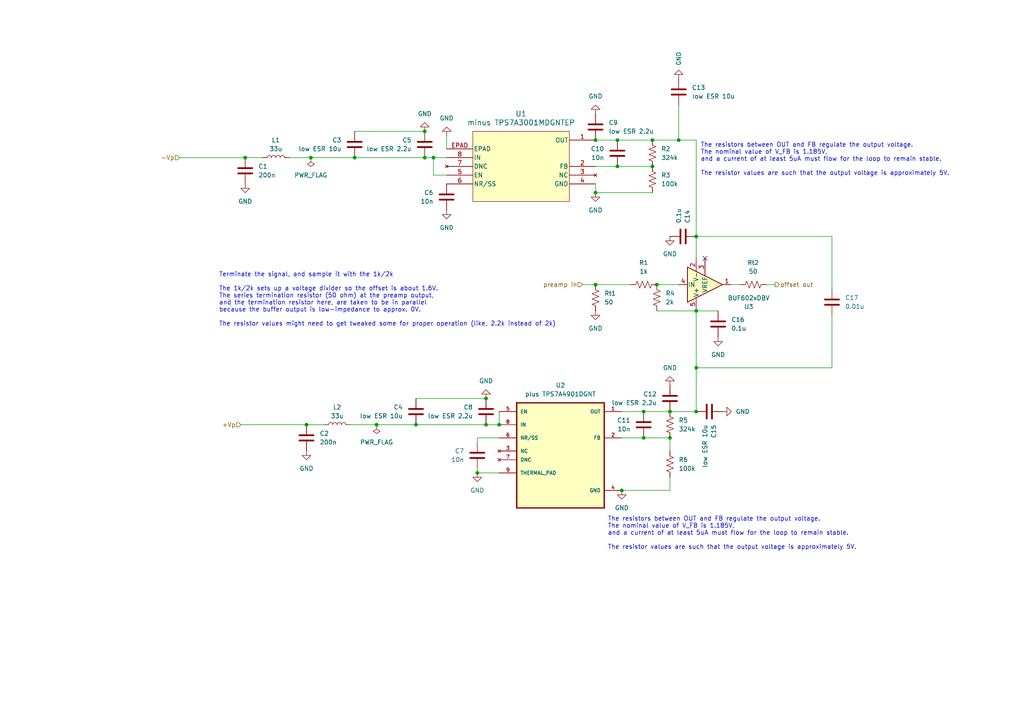
<source format=kicad_sch>
(kicad_sch (version 20250114) (generator "eeschema") (generator_version "9.0")
  (paper "A4")
  (lib_symbols
    (symbol "Amplifier_Buffer:BUF602xDBV" (pin_names (offset 0.127))
      (property "Reference" "U" (at 6.35 2.54 0))
      (property "Value" "BUF602xDBV" (at 7.62 -2.54 0))
      (symbol "BUF602xDBV_0_1"
        (polyline (pts (xy 5.08 0) (xy -5.08 5.08) (xy -5.08 -5.08) (xy 5.08 0)) (stroke (width 0.254)) (fill (type background)))
      )
      (symbol "BUF602xDBV_1_1"
        (pin input line (at -7.62 0 0) (length 2.54) (name "IN") (number "4"))
        (pin power_in line (at -2.54 7.62 270) (length 3.81) (name "V+") (number "5"))
        (pin power_in line (at -2.54 -7.62 90) (length 3.81) (name "V-") (number "2"))
        (pin output line (at 0 -7.62 90) (length 5.08) (name "VREF") (number "3"))
        (pin output line (at 7.62 0 180) (length 2.54) (name "~") (number "1"))
      )
    )
    (symbol "Device:C" (pin_numbers (hide yes)) (pin_names (offset 0.254))
      (property "Reference" "C" (at 0.635 2.54 0))
      (property "Value" "C" (at 0.635 -2.54 0))
      (symbol "C_0_1"
        (polyline (pts (xy -2.032 0.762) (xy 2.032 0.762)) (stroke (width 0.508)))
        (polyline (pts (xy -2.032 -0.762) (xy 2.032 -0.762)) (stroke (width 0.508)))
      )
      (symbol "C_1_1"
        (pin passive line (at 0 3.81 270) (length 2.794) (name "~") (number "1"))
        (pin passive line (at 0 -3.81 90) (length 2.794) (name "~") (number "2"))
      )
    )
    (symbol "Device:L" (pin_numbers (hide yes)) (pin_names (offset 1.016) (hide yes))
      (property "Reference" "L" (at -1.27 0 90))
      (property "Value" "L" (at 1.905 0 90))
      (symbol "L_0_1"
        (arc (start 0 2.54) (mid 0.6323 1.905) (end 0 1.27))
        (arc (start 0 1.27) (mid 0.6323 0.635) (end 0 0))
        (arc (start 0 0) (mid 0.6323 -0.635) (end 0 -1.27))
        (arc (start 0 -1.27) (mid 0.6323 -1.905) (end 0 -2.54))
      )
      (symbol "L_1_1"
        (pin passive line (at 0 3.81 270) (length 1.27) (name "1") (number "1"))
        (pin passive line (at 0 -3.81 90) (length 1.27) (name "2") (number "2"))
      )
    )
    (symbol "Device:R_US" (pin_numbers (hide yes)) (pin_names (offset 0))
      (property "Reference" "R" (at 2.54 0 90))
      (property "Value" "R_US" (at -2.54 0 90))
      (symbol "R_US_0_1"
        (polyline (pts (xy 0 2.286) (xy 0 2.54)))
        (polyline (pts (xy 0 2.286) (xy 1.016 1.905) (xy 0 1.524) (xy -1.016 1.143) (xy 0 0.762)))
        (polyline (pts (xy 0 0.762) (xy 1.016 0.381) (xy 0 0) (xy -1.016 -0.381) (xy 0 -0.762)))
        (polyline (pts (xy 0 -0.762) (xy 1.016 -1.143) (xy 0 -1.524) (xy -1.016 -1.905) (xy 0 -2.286)))
        (polyline (pts (xy 0 -2.286) (xy 0 -2.54)))
      )
      (symbol "R_US_1_1"
        (pin passive line (at 0 3.81 270) (length 1.27) (name "~") (number "1"))
        (pin passive line (at 0 -3.81 90) (length 1.27) (name "~") (number "2"))
      )
    )
    (symbol "Library:minus TPS7A3001MDGNTEP" (pin_names (offset 0.254))
      (property "Reference" "U" (at 0 15.24 0))
      (property "Value" "minus TPS7A3001MDGNTEP" (at 0 12.7 0))
      (symbol "minus TPS7A3001MDGNTEP_0_1"
        (pin power_in line (at -21.59 -5.08 0) (length 7.62) (name "GND") (number "4"))
      )
      (symbol "minus TPS7A3001MDGNTEP_1_1"
        (rectangle (start -13.97 10.16) (end 13.97 -10.16) (fill (type background)))
        (pin power_out line (at -21.59 7.62 0) (length 7.62) (name "OUT") (number "1"))
        (pin input line (at -21.59 0 0) (length 7.62) (name "FB") (number "2"))
        (pin no_connect line (at -21.59 -2.54 0) (length 7.62) (name "NC") (number "3"))
        (pin passive line (at 21.59 5.08 180) (length 7.62) (name "EPAD") (number "EPAD"))
        (pin power_in line (at 21.59 2.54 180) (length 7.62) (name "IN") (number "8"))
        (pin no_connect line (at 21.59 0 180) (length 7.62) (name "DNC") (number "7"))
        (pin power_in line (at 21.59 -2.54 180) (length 7.62) (name "EN") (number "5"))
        (pin passive line (at 21.59 -5.08 180) (length 7.62) (name "NR/SS") (number "6"))
      )
    )
    (symbol "Library:plus TPS7A4901DGNT" (pin_names (offset 1.016))
      (property "Reference" "U" (at -12.7 16.24 0))
      (property "Value" "plus TPS7A4901DGNT" (at -12.7 -19.24 0))
      (symbol "plus TPS7A4901DGNT_0_0"
        (rectangle (start -12.7 15.24) (end 12.7 -15.24) (stroke (width 0.41)) (fill (type background)))
        (pin input line (at -17.78 5.08 0) (length 5.08) (name "NR/SS") (number "6"))
        (pin power_in line (at 17.78 -10.16 180) (length 5.08) (name "GND") (number "4"))
      )
      (symbol "plus TPS7A4901DGNT_1_0"
        (pin power_in line (at -17.78 12.7 0) (length 5.08) (name "EN") (number "5"))
        (pin power_in line (at -17.78 8.89 0) (length 5.08) (name "IN") (number "8"))
        (pin no_connect line (at -17.78 1.27 0) (length 5.08) (name "NC") (number "3"))
        (pin no_connect line (at -17.78 -1.27 0) (length 5.08) (name "DNC") (number "7"))
        (pin passive line (at -17.78 -5.08 0) (length 5.08) (name "THERMAL_PAD") (number "9"))
        (pin power_out line (at 17.78 12.7 180) (length 5.08) (name "OUT") (number "1"))
        (pin passive line (at 17.78 5.08 180) (length 5.08) (name "FB") (number "2"))
      )
    )
    (symbol "power:GND" (power) (pin_numbers (hide yes)) (pin_names (offset 0) (hide yes))
      (property "Value" "GND" (at 0 -3.81 0))
      (symbol "GND_0_1"
        (polyline (pts (xy 0 0) (xy 0 -1.27) (xy 1.27 -1.27) (xy 0 -2.54) (xy -1.27 -1.27) (xy 0 -1.27)))
      )
      (symbol "GND_1_1"
        (pin power_in line (at 0 0 270) (length 0) (name "~") (number "1"))
      )
    )
    (symbol "power:PWR_FLAG" (power) (pin_numbers (hide yes)) (pin_names (offset 0) (hide yes))
      (property "Value" "PWR_FLAG" (at 0 3.81 0))
      (symbol "PWR_FLAG_0_0"
        (pin power_out line (at 0 0 90) (length 0) (name "~") (number "1"))
      )
      (symbol "PWR_FLAG_0_1"
        (polyline (pts (xy 0 0) (xy 0 1.27) (xy -1.016 1.905) (xy 0 2.54) (xy 1.016 1.905) (xy 0 1.27)))
      )
    )
  )
  (text "The resistors between OUT and FB regulate the output voltage.\nThe nominal value of V_FB is 1.185V, \nand a current of at least 5uA must flow for the loop to remain stable.\n\nThe resistor values are such that the output voltage is approximately 5V." (at 176.276 154.686 0) (effects (font (size 1.27 1.27)) (justify left)))
  (text "Terminate the signal, and sample it with the 1k/2k\n\nThe 1k/2k sets up a voltage divider so the offset is about 1.6V.\nThe series termination resistor (50 ohm) at the preamp output,\nand the termination resistor here, are taken to be in parallel\nbecause the buffer output is low-impedance to approx. 0V.\n\nThe resistor values might need to get tweaked some for proper operation (like, 2.2k instead of 2k)" (at 63.5 86.868 0) (effects (font (size 1.27 1.27)) (justify left)))
  (text "The resistors between OUT and FB regulate the output voltage.\nThe nominal value of V_FB is 1.185V, \nand a current of at least 5uA must flow for the loop to remain stable.\n\nThe resistor values are such that the output voltage is approximately 5V." (at 203.2 46.228 0) (effects (font (size 1.27 1.27)) (justify left)))
  (junction (at 144.78 123.19))
  (junction (at 120.65 123.19))
  (junction (at 172.72 82.55))
  (junction (at 109.22 123.19))
  (junction (at 190.5 82.55))
  (junction (at 172.72 40.64))
  (junction (at 201.93 90.17))
  (junction (at 186.69 127))
  (junction (at 201.93 68.58))
  (junction (at 201.93 119.38))
  (junction (at 138.43 137.16))
  (junction (at 125.73 45.72))
  (junction (at 189.23 48.26))
  (junction (at 88.9 123.19))
  (junction (at 90.17 45.72))
  (junction (at 186.69 119.38))
  (junction (at 201.93 106.68))
  (junction (at 179.07 40.64))
  (junction (at 189.23 40.64))
  (junction (at 71.12 45.72))
  (junction (at 102.87 45.72))
  (junction (at 196.85 40.64))
  (junction (at 179.07 48.26))
  (junction (at 194.31 119.38))
  (junction (at 172.72 55.88))
  (junction (at 194.31 127))
  (junction (at 123.19 45.72))
  (junction (at 140.97 123.19))
  (junction (at 180.34 142.24))
  (junction (at 123.19 38.1))
  (junction (at 140.97 115.57))
  (no_connect (at 204.47 74.93))
  (wire (pts (xy 172.72 55.88) (xy 189.23 55.88)))
  (wire (pts (xy 101.6 123.19) (xy 109.22 123.19)))
  (wire (pts (xy 189.23 40.64) (xy 196.85 40.64)))
  (wire (pts (xy 125.73 45.72) (xy 125.73 50.8)))
  (wire (pts (xy 201.93 68.58) (xy 241.3 68.58)))
  (wire (pts (xy 201.93 40.64) (xy 201.93 68.58)))
  (wire (pts (xy 102.87 45.72) (xy 123.19 45.72)))
  (wire (pts (xy 109.22 123.19) (xy 120.65 123.19)))
  (wire (pts (xy 194.31 127) (xy 194.31 130.81)))
  (wire (pts (xy 196.85 40.64) (xy 201.93 40.64)))
  (wire (pts (xy 172.72 82.55) (xy 182.88 82.55)))
  (wire (pts (xy 179.07 40.64) (xy 189.23 40.64)))
  (wire (pts (xy 144.78 119.38) (xy 144.78 123.19)))
  (wire (pts (xy 186.69 119.38) (xy 194.31 119.38)))
  (wire (pts (xy 212.09 82.55) (xy 214.63 82.55)))
  (wire (pts (xy 201.93 90.17) (xy 208.28 90.17)))
  (wire (pts (xy 194.31 138.43) (xy 194.31 142.24)))
  (wire (pts (xy 129.54 50.8) (xy 125.73 50.8)))
  (wire (pts (xy 180.34 127) (xy 186.69 127)))
  (wire (pts (xy 180.34 142.24) (xy 194.31 142.24)))
  (wire (pts (xy 90.17 45.72) (xy 102.87 45.72)))
  (wire (pts (xy 201.93 106.68) (xy 201.93 119.38)))
  (wire (pts (xy 144.78 137.16) (xy 138.43 137.16)))
  (wire (pts (xy 179.07 48.26) (xy 189.23 48.26)))
  (wire (pts (xy 190.5 82.55) (xy 196.85 82.55)))
  (wire (pts (xy 201.93 68.58) (xy 201.93 74.93)))
  (wire (pts (xy 222.25 82.55) (xy 224.79 82.55)))
  (wire (pts (xy 190.5 90.17) (xy 201.93 90.17)))
  (wire (pts (xy 125.73 45.72) (xy 129.54 45.72)))
  (wire (pts (xy 129.54 39.37) (xy 129.54 43.18)))
  (wire (pts (xy 138.43 127) (xy 144.78 127)))
  (wire (pts (xy 52.07 45.72) (xy 71.12 45.72)))
  (wire (pts (xy 186.69 127) (xy 194.31 127)))
  (wire (pts (xy 241.3 91.44) (xy 241.3 106.68)))
  (wire (pts (xy 138.43 135.89) (xy 138.43 137.16)))
  (wire (pts (xy 172.72 48.26) (xy 179.07 48.26)))
  (wire (pts (xy 83.82 45.72) (xy 90.17 45.72)))
  (wire (pts (xy 241.3 106.68) (xy 201.93 106.68)))
  (wire (pts (xy 172.72 53.34) (xy 172.72 55.88)))
  (wire (pts (xy 123.19 45.72) (xy 125.73 45.72)))
  (wire (pts (xy 140.97 123.19) (xy 144.78 123.19)))
  (wire (pts (xy 120.65 123.19) (xy 140.97 123.19)))
  (wire (pts (xy 138.43 127) (xy 138.43 128.27)))
  (wire (pts (xy 196.85 30.48) (xy 196.85 40.64)))
  (wire (pts (xy 180.34 119.38) (xy 186.69 119.38)))
  (wire (pts (xy 172.72 40.64) (xy 179.07 40.64)))
  (wire (pts (xy 71.12 45.72) (xy 76.2 45.72)))
  (wire (pts (xy 241.3 68.58) (xy 241.3 83.82)))
  (wire (pts (xy 120.65 115.57) (xy 140.97 115.57)))
  (wire (pts (xy 102.87 38.1) (xy 123.19 38.1)))
  (wire (pts (xy 168.91 82.55) (xy 172.72 82.55)))
  (wire (pts (xy 194.31 119.38) (xy 201.93 119.38)))
  (wire (pts (xy 69.85 123.19) (xy 88.9 123.19)))
  (wire (pts (xy 88.9 123.19) (xy 93.98 123.19)))
  (wire (pts (xy 201.93 90.17) (xy 201.93 106.68)))
  (hierarchical_label "preamp in" (shape input) (at 168.91 82.55 180))
  (hierarchical_label "-Vp" (shape input) (at 52.07 45.72 180))
  (hierarchical_label "+Vp" (shape input) (at 69.85 123.19 180))
  (hierarchical_label "offset out" (shape output) (at 224.79 82.55 0))
  (symbol (lib_id "Device:R_US") (at 194.31 134.62 0) (unit 1)
    (property "Reference" "R6" (at 196.85 133.3499 0) (effects (justify left)))
    (property "Value" "100k" (at 196.85 135.8899 0) (effects (justify left)))
    (property "Footprint" "Resistor_SMD:R_1206_3216Metric" (effects (hide yes)))
    (property "Description" "Resistor, US symbol" (effects (hide yes)))
    (instances (project "" (path "" (reference "R6") (unit 1)) (path "" (reference "R24") (unit 1)) (path "" (reference "R12") (unit 1)) (path "" (reference "R18") (unit 1))))
  )
  (symbol (lib_id "Device:C") (at 129.54 57.15 0) (unit 1)
    (property "Reference" "C6" (at 125.73 55.8799 0) (effects (justify right)))
    (property "Value" "10n" (at 125.73 58.4199 0) (effects (justify right)))
    (property "Footprint" "Capacitor_SMD:C_0805_2012Metric" (effects (hide yes)))
    (property "Description" "Unpolarized capacitor" (effects (hide yes)))
    (instances (project "mezzanine" (path "" (reference "C6") (unit 1)) (path "" (reference "C57") (unit 1)) (path "" (reference "C23") (unit 1)) (path "" (reference "C40") (unit 1))))
  )
  (symbol (lib_id "power:GND") (at 172.72 33.02 0) (mirror x) (unit 1)
    (property "Reference" "#PWR026" (effects (hide yes)))
    (property "Value" "GND" (at 172.72 27.94 0))
    (property "Description" "Power symbol creates a global label with name \"GND\" , ground" (effects (hide yes)))
    (instances (project "mezzanine" (path "" (reference "#PWR026") (unit 1)) (path "" (reference "#PWR074") (unit 1)) (path "" (reference "#PWR042") (unit 1)) (path "" (reference "#PWR058") (unit 1))))
  )
  (symbol (lib_id "power:GND") (at 138.43 137.16 0) (unit 1)
    (property "Reference" "#PWR024" (effects (hide yes)))
    (property "Value" "GND" (at 138.43 142.24 0))
    (property "Description" "Power symbol creates a global label with name \"GND\" , ground" (effects (hide yes)))
    (instances (project "" (path "" (reference "#PWR024") (unit 1)) (path "" (reference "#PWR072") (unit 1)) (path "" (reference "#PWR040") (unit 1)) (path "" (reference "#PWR056") (unit 1))))
  )
  (symbol (lib_id "power:GND") (at 129.54 60.96 0) (unit 1)
    (property "Reference" "#PWR023" (effects (hide yes)))
    (property "Value" "GND" (at 129.54 66.04 0))
    (property "Description" "Power symbol creates a global label with name \"GND\" , ground" (effects (hide yes)))
    (instances (project "mezzanine" (path "" (reference "#PWR023") (unit 1)) (path "" (reference "#PWR071") (unit 1)) (path "" (reference "#PWR039") (unit 1)) (path "" (reference "#PWR055") (unit 1))))
  )
  (symbol (lib_id "power:GND") (at 208.28 97.79 0) (mirror y) (unit 1)
    (property "Reference" "#PWR033" (effects (hide yes)))
    (property "Value" "GND" (at 208.28 102.87 0))
    (property "Description" "Power symbol creates a global label with name \"GND\" , ground" (effects (hide yes)))
    (instances (project "" (path "" (reference "#PWR033") (unit 1)) (path "" (reference "#PWR081") (unit 1)) (path "" (reference "#PWR049") (unit 1)) (path "" (reference "#PWR065") (unit 1))))
  )
  (symbol (lib_id "Device:C") (at 71.12 49.53 0) (mirror y) (unit 1)
    (property "Reference" "C1" (at 74.93 48.2599 0) (effects (justify right)))
    (property "Value" "200n" (at 74.93 50.7999 0) (effects (justify right)))
    (property "Footprint" "Capacitor_SMD:C_1206_3216Metric" (effects (hide yes)))
    (property "Description" "Unpolarized capacitor" (effects (hide yes)))
    (instances (project "mezzanine" (path "" (reference "C1") (unit 1)) (path "" (reference "C52") (unit 1)) (path "" (reference "C18") (unit 1)) (path "" (reference "C35") (unit 1))))
  )
  (symbol (lib_id "power:GND") (at 140.97 115.57 180) (unit 1)
    (property "Reference" "#PWR025" (effects (hide yes)))
    (property "Value" "GND" (at 140.97 110.49 0))
    (property "Description" "Power symbol creates a global label with name \"GND\" , ground" (effects (hide yes)))
    (instances (project "mezzanine" (path "" (reference "#PWR025") (unit 1)) (path "" (reference "#PWR073") (unit 1)) (path "" (reference "#PWR041") (unit 1)) (path "" (reference "#PWR057") (unit 1))))
  )
  (symbol (lib_id "power:PWR_FLAG") (at 90.17 45.72 180) (unit 1)
    (property "Reference" "#FLG02" (effects (hide yes)))
    (property "Value" "PWR_FLAG" (at 90.17 50.8 0))
    (property "Description" "Special symbol for telling ERC where power comes from" (effects (hide yes)))
    (instances (project "mezzanine" (path "" (reference "#FLG02") (unit 1)) (path "" (reference "#FLG08") (unit 1)) (path "" (reference "#FLG04") (unit 1)) (path "" (reference "#FLG06") (unit 1))))
  )
  (symbol (lib_id "power:GND") (at 71.12 53.34 0) (unit 1)
    (property "Reference" "#PWR019" (effects (hide yes)))
    (property "Value" "GND" (at 71.12 58.42 0))
    (property "Description" "Power symbol creates a global label with name \"GND\" , ground" (effects (hide yes)))
    (instances (project "mezzanine" (path "" (reference "#PWR019") (unit 1)) (path "" (reference "#PWR067") (unit 1)) (path "" (reference "#PWR035") (unit 1)) (path "" (reference "#PWR051") (unit 1))))
  )
  (symbol (lib_id "Device:L") (at 97.79 123.19 90) (unit 1)
    (property "Reference" "L2" (at 97.79 118.11 90))
    (property "Value" "33u" (at 97.79 120.65 90))
    (property "Footprint" "Library:IND_VLS4015CX-330M-H" (effects (hide yes)))
    (property "Description" "Inductor" (effects (hide yes)))
    (instances (project "mezzanine" (path "" (reference "L2") (unit 1)) (path "" (reference "L8") (unit 1)) (path "" (reference "L4") (unit 1)) (path "" (reference "L6") (unit 1))))
  )
  (symbol (lib_id "Device:R_US") (at 189.23 44.45 0) (unit 1)
    (property "Reference" "R2" (at 191.77 43.1799 0) (effects (justify left)))
    (property "Value" "324k" (at 191.77 45.7199 0) (effects (justify left)))
    (property "Footprint" "Resistor_SMD:R_1206_3216Metric" (effects (hide yes)))
    (property "Description" "Resistor, US symbol" (effects (hide yes)))
    (instances (project "mezzanine" (path "" (reference "R2") (unit 1)) (path "" (reference "R20") (unit 1)) (path "" (reference "R8") (unit 1)) (path "" (reference "R14") (unit 1))))
  )
  (symbol (lib_id "power:GND") (at 196.85 22.86 0) (mirror x) (unit 1)
    (property "Reference" "#PWR032" (effects (hide yes)))
    (property "Value" "GND" (at 196.8501 19.05 90) (effects (justify right)))
    (property "Description" "Power symbol creates a global label with name \"GND\" , ground" (effects (hide yes)))
    (instances (project "mezzanine" (path "" (reference "#PWR032") (unit 1)) (path "" (reference "#PWR080") (unit 1)) (path "" (reference "#PWR048") (unit 1)) (path "" (reference "#PWR064") (unit 1))))
  )
  (symbol (lib_id "power:GND") (at 194.31 68.58 0) (unit 1)
    (property "Reference" "#PWR030" (effects (hide yes)))
    (property "Value" "GND" (at 194.31 73.66 0))
    (property "Description" "Power symbol creates a global label with name \"GND\" , ground" (effects (hide yes)))
    (instances (project "" (path "" (reference "#PWR030") (unit 1)) (path "" (reference "#PWR078") (unit 1)) (path "" (reference "#PWR046") (unit 1)) (path "" (reference "#PWR062") (unit 1))))
  )
  (symbol (lib_id "Device:C") (at 88.9 127 0) (mirror y) (unit 1)
    (property "Reference" "C2" (at 92.71 125.7299 0) (effects (justify right)))
    (property "Value" "200n" (at 92.71 128.2699 0) (effects (justify right)))
    (property "Footprint" "Capacitor_SMD:C_1206_3216Metric" (effects (hide yes)))
    (property "Description" "Unpolarized capacitor" (effects (hide yes)))
    (instances (project "mezzanine" (path "" (reference "C2") (unit 1)) (path "" (reference "C53") (unit 1)) (path "" (reference "C19") (unit 1)) (path "" (reference "C36") (unit 1))))
  )
  (symbol (lib_id "power:GND") (at 172.72 55.88 0) (unit 1)
    (property "Reference" "#PWR027" (effects (hide yes)))
    (property "Value" "GND" (at 172.72 60.96 0))
    (property "Description" "Power symbol creates a global label with name \"GND\" , ground" (effects (hide yes)))
    (instances (project "mezzanine" (path "" (reference "#PWR027") (unit 1)) (path "" (reference "#PWR075") (unit 1)) (path "" (reference "#PWR043") (unit 1)) (path "" (reference "#PWR059") (unit 1))))
  )
  (symbol (lib_id "power:GND") (at 172.72 90.17 0) (unit 1)
    (property "Reference" "#PWR028" (effects (hide yes)))
    (property "Value" "GND" (at 172.72 95.25 0))
    (property "Description" "Power symbol creates a global label with name \"GND\" , ground" (effects (hide yes)))
    (instances (project "" (path "" (reference "#PWR028") (unit 1)) (path "" (reference "#PWR076") (unit 1)) (path "" (reference "#PWR044") (unit 1)) (path "" (reference "#PWR060") (unit 1))))
  )
  (symbol (lib_id "Device:C") (at 196.85 26.67 0) (mirror y) (unit 1)
    (property "Reference" "C13" (at 200.66 25.3999 0) (effects (justify right)))
    (property "Value" "low ESR 10u" (at 200.66 27.9399 0) (effects (justify right)))
    (property "Footprint" "Capacitor_SMD:C_1206_3216Metric" (effects (hide yes)))
    (property "Description" "Unpolarized capacitor" (effects (hide yes)))
    (instances (project "mezzanine" (path "" (reference "C13") (unit 1)) (path "" (reference "C64") (unit 1)) (path "" (reference "C30") (unit 1)) (path "" (reference "C47") (unit 1))))
  )
  (symbol (lib_id "power:GND") (at 209.55 119.38 90) (unit 1)
    (property "Reference" "#PWR034" (effects (hide yes)))
    (property "Value" "GND" (at 213.36 119.3799 90) (effects (justify right)))
    (property "Description" "Power symbol creates a global label with name \"GND\" , ground" (effects (hide yes)))
    (instances (project "mezzanine" (path "" (reference "#PWR034") (unit 1)) (path "" (reference "#PWR082") (unit 1)) (path "" (reference "#PWR050") (unit 1)) (path "" (reference "#PWR066") (unit 1))))
  )
  (symbol (lib_id "power:PWR_FLAG") (at 109.22 123.19 180) (unit 1)
    (property "Reference" "#FLG03" (effects (hide yes)))
    (property "Value" "PWR_FLAG" (at 109.22 128.27 0))
    (property "Description" "Special symbol for telling ERC where power comes from" (effects (hide yes)))
    (instances (project "mezzanine" (path "" (reference "#FLG03") (unit 1)) (path "" (reference "#FLG09") (unit 1)) (path "" (reference "#FLG05") (unit 1)) (path "" (reference "#FLG07") (unit 1))))
  )
  (symbol (lib_id "Device:C") (at 205.74 119.38 270) (mirror x) (unit 1)
    (property "Reference" "C15" (at 207.0101 123.19 0) (effects (justify right)))
    (property "Value" "low ESR 10u" (at 204.4701 123.19 0) (effects (justify right)))
    (property "Footprint" "Capacitor_SMD:C_1206_3216Metric" (effects (hide yes)))
    (property "Description" "Unpolarized capacitor" (effects (hide yes)))
    (instances (project "mezzanine" (path "" (reference "C15") (unit 1)) (path "" (reference "C66") (unit 1)) (path "" (reference "C32") (unit 1)) (path "" (reference "C49") (unit 1))))
  )
  (symbol (lib_id "Library:minus TPS7A3001MDGNTEP") (at 151.13 48.26 0) (mirror y) (unit 1)
    (property "Reference" "U1" (at 151.13 33.02 0) (effects (font (size 1.524 1.524))))
    (property "Value" "minus TPS7A3001MDGNTEP" (at 151.13 35.56 0) (effects (font (size 1.524 1.524))))
    (property "Footprint" "Library:DGN8_1P89X1P57" (effects (hide yes)))
    (property "Datasheet" "TPS7A3001MDGNTEP" (effects (hide yes)))
    (instances (project "" (path "" (reference "U1") (unit 1)) (path "" (reference "U10") (unit 1)) (path "" (reference "U4") (unit 1)) (path "" (reference "U7") (unit 1))))
  )
  (symbol (lib_id "Device:C") (at 123.19 41.91 0) (unit 1)
    (property "Reference" "C5" (at 119.38 40.6399 0) (effects (justify right)))
    (property "Value" "low ESR 2.2u" (at 119.38 43.1799 0) (effects (justify right)))
    (property "Footprint" "Capacitor_SMD:C_1206_3216Metric" (effects (hide yes)))
    (property "Description" "Unpolarized capacitor" (effects (hide yes)))
    (instances (project "mezzanine" (path "" (reference "C5") (unit 1)) (path "" (reference "C56") (unit 1)) (path "" (reference "C22") (unit 1)) (path "" (reference "C39") (unit 1))))
  )
  (symbol (lib_id "Device:C") (at 140.97 119.38 0) (unit 1)
    (property "Reference" "C8" (at 137.16 118.1099 0) (effects (justify right)))
    (property "Value" "low ESR 2.2u" (at 137.16 120.6499 0) (effects (justify right)))
    (property "Footprint" "Capacitor_SMD:C_1206_3216Metric" (effects (hide yes)))
    (property "Description" "Unpolarized capacitor" (effects (hide yes)))
    (instances (project "mezzanine" (path "" (reference "C8") (unit 1)) (path "" (reference "C59") (unit 1)) (path "" (reference "C25") (unit 1)) (path "" (reference "C42") (unit 1))))
  )
  (symbol (lib_id "power:GND") (at 180.34 142.24 0) (unit 1)
    (property "Reference" "#PWR029" (effects (hide yes)))
    (property "Value" "GND" (at 180.34 147.32 0))
    (property "Description" "Power symbol creates a global label with name \"GND\" , ground" (effects (hide yes)))
    (instances (project "mezzanine" (path "" (reference "#PWR029") (unit 1)) (path "" (reference "#PWR077") (unit 1)) (path "" (reference "#PWR045") (unit 1)) (path "" (reference "#PWR061") (unit 1))))
  )
  (symbol (lib_id "Device:C") (at 102.87 41.91 0) (unit 1)
    (property "Reference" "C3" (at 99.06 40.6399 0) (effects (justify right)))
    (property "Value" "low ESR 10u" (at 99.06 43.1799 0) (effects (justify right)))
    (property "Footprint" "Capacitor_SMD:C_1206_3216Metric" (effects (hide yes)))
    (property "Description" "Unpolarized capacitor" (effects (hide yes)))
    (instances (project "mezzanine" (path "" (reference "C3") (unit 1)) (path "" (reference "C54") (unit 1)) (path "" (reference "C20") (unit 1)) (path "" (reference "C37") (unit 1))))
  )
  (symbol (lib_id "Device:C") (at 208.28 93.98 180) (unit 1)
    (property "Reference" "C16" (at 212.09 92.7099 0) (effects (justify right)))
    (property "Value" "0.1u" (at 212.09 95.2499 0) (effects (justify right)))
    (property "Footprint" "Capacitor_SMD:C_1206_3216Metric" (effects (hide yes)))
    (property "Description" "Unpolarized capacitor" (effects (hide yes)))
    (instances (project "" (path "" (reference "C16") (unit 1)) (path "" (reference "C67") (unit 1)) (path "" (reference "C33") (unit 1)) (path "" (reference "C50") (unit 1))))
  )
  (symbol (lib_id "power:GND") (at 129.54 39.37 180) (unit 1)
    (property "Reference" "#PWR022" (effects (hide yes)))
    (property "Value" "GND" (at 129.54 34.29 0))
    (property "Description" "Power symbol creates a global label with name \"GND\" , ground" (effects (hide yes)))
    (instances (project "" (path "" (reference "#PWR022") (unit 1)) (path "" (reference "#PWR070") (unit 1)) (path "" (reference "#PWR038") (unit 1)) (path "" (reference "#PWR054") (unit 1))))
  )
  (symbol (lib_id "Device:R_US") (at 194.31 123.19 0) (unit 1)
    (property "Reference" "R5" (at 196.85 121.9199 0) (effects (justify left)))
    (property "Value" "324k" (at 196.85 124.4599 0) (effects (justify left)))
    (property "Footprint" "Resistor_SMD:R_1206_3216Metric" (effects (hide yes)))
    (property "Description" "Resistor, US symbol" (effects (hide yes)))
    (instances (project "mezzanine" (path "" (reference "R5") (unit 1)) (path "" (reference "R23") (unit 1)) (path "" (reference "R11") (unit 1)) (path "" (reference "R17") (unit 1))))
  )
  (symbol (lib_id "Device:R_US") (at 190.5 86.36 180) (unit 1)
    (property "Reference" "R4" (at 193.04 85.0899 0) (effects (justify right)))
    (property "Value" "2k" (at 193.04 87.6299 0) (effects (justify right)))
    (property "Footprint" "Resistor_SMD:R_0805_2012Metric" (effects (hide yes)))
    (property "Description" "Resistor, US symbol" (effects (hide yes)))
    (instances (project "" (path "" (reference "R4") (unit 1)) (path "" (reference "R22") (unit 1)) (path "" (reference "R10") (unit 1)) (path "" (reference "R16") (unit 1))))
  )
  (symbol (lib_id "Device:C") (at 138.43 132.08 0) (unit 1)
    (property "Reference" "C7" (at 134.62 130.8099 0) (effects (justify right)))
    (property "Value" "10n" (at 134.62 133.3499 0) (effects (justify right)))
    (property "Footprint" "Capacitor_SMD:C_0805_2012Metric" (effects (hide yes)))
    (property "Description" "Unpolarized capacitor" (effects (hide yes)))
    (instances (project "" (path "" (reference "C7") (unit 1)) (path "" (reference "C58") (unit 1)) (path "" (reference "C24") (unit 1)) (path "" (reference "C41") (unit 1))))
  )
  (symbol (lib_id "Device:R_US") (at 172.72 86.36 0) (unit 1)
    (property "Reference" "Rt1" (at 175.26 85.0899 0) (effects (justify left)))
    (property "Value" "50" (at 175.26 87.6299 0) (effects (justify left)))
    (property "Footprint" "Resistor_SMD:R_0805_2012Metric" (effects (hide yes)))
    (property "Description" "Resistor, US symbol" (effects (hide yes)))
    (instances (project "" (path "" (reference "Rt1") (unit 1)) (path "" (reference "Rt7") (unit 1)) (path "" (reference "Rt3") (unit 1)) (path "" (reference "Rt5") (unit 1))))
  )
  (symbol (lib_id "Device:C") (at 179.07 44.45 0) (unit 1)
    (property "Reference" "C10" (at 175.26 43.1799 0) (effects (justify right)))
    (property "Value" "10n" (at 175.26 45.7199 0) (effects (justify right)))
    (property "Footprint" "Capacitor_SMD:C_0805_2012Metric" (effects (hide yes)))
    (property "Description" "Unpolarized capacitor" (effects (hide yes)))
    (instances (project "mezzanine" (path "" (reference "C10") (unit 1)) (path "" (reference "C61") (unit 1)) (path "" (reference "C27") (unit 1)) (path "" (reference "C44") (unit 1))))
  )
  (symbol (lib_id "Amplifier_Buffer:BUF602xDBV") (at 204.47 82.55 0) (mirror x) (unit 1)
    (property "Reference" "U3" (at 217.17 88.9702 0))
    (property "Value" "BUF602xDBV" (at 217.17 86.4302 0))
    (property "Footprint" "Package_TO_SOT_SMD:SOT-23-5" (effects (hide yes)))
    (property "Datasheet" "http://www.ti.com/lit/ds/symlink/buf602.pdf" (effects (hide yes)))
    (property "Description" "High-Speed, 1000 MHz, Closed-Loop Buffer, SOT23-5" (effects (hide yes)))
    (instances (project "" (path "" (reference "U3") (unit 1)) (path "" (reference "U12") (unit 1)) (path "" (reference "U6") (unit 1)) (path "" (reference "U9") (unit 1))))
  )
  (symbol (lib_id "Device:R_US") (at 186.69 82.55 90) (unit 1)
    (property "Reference" "R1" (at 186.69 76.2 90))
    (property "Value" "1k" (at 186.69 78.74 90))
    (property "Footprint" "Resistor_SMD:R_0805_2012Metric" (effects (hide yes)))
    (property "Description" "Resistor, US symbol" (effects (hide yes)))
    (instances (project "" (path "" (reference "R1") (unit 1)) (path "" (reference "R19") (unit 1)) (path "" (reference "R7") (unit 1)) (path "" (reference "R13") (unit 1))))
  )
  (symbol (lib_id "Device:C") (at 241.3 87.63 180) (unit 1)
    (property "Reference" "C17" (at 245.11 86.3599 0) (effects (justify right)))
    (property "Value" "0.01u" (at 245.11 88.8999 0) (effects (justify right)))
    (property "Footprint" "Capacitor_SMD:C_1206_3216Metric" (effects (hide yes)))
    (property "Description" "Unpolarized capacitor" (effects (hide yes)))
    (instances (project "mezzanine" (path "" (reference "C17") (unit 1)) (path "" (reference "C68") (unit 1)) (path "" (reference "C34") (unit 1)) (path "" (reference "C51") (unit 1))))
  )
  (symbol (lib_id "Device:C") (at 120.65 119.38 0) (unit 1)
    (property "Reference" "C4" (at 116.84 118.1099 0) (effects (justify right)))
    (property "Value" "low ESR 10u" (at 116.84 120.6499 0) (effects (justify right)))
    (property "Footprint" "Capacitor_SMD:C_1206_3216Metric" (effects (hide yes)))
    (property "Description" "Unpolarized capacitor" (effects (hide yes)))
    (instances (project "mezzanine" (path "" (reference "C4") (unit 1)) (path "" (reference "C55") (unit 1)) (path "" (reference "C21") (unit 1)) (path "" (reference "C38") (unit 1))))
  )
  (symbol (lib_id "Library:plus TPS7A4901DGNT") (at 162.56 132.08 0) (unit 1)
    (property "Reference" "U2" (at 162.56 111.76 0))
    (property "Value" "plus TPS7A4901DGNT" (at 162.56 114.3 0))
    (property "Footprint" "Library:SOP65P490X110-9N" (effects (hide yes)))
    (instances (project "" (path "" (reference "U2") (unit 1)) (path "" (reference "U11") (unit 1)) (path "" (reference "U5") (unit 1)) (path "" (reference "U8") (unit 1))))
  )
  (symbol (lib_id "Device:R_US") (at 189.23 52.07 0) (unit 1)
    (property "Reference" "R3" (at 191.77 50.7999 0) (effects (justify left)))
    (property "Value" "100k" (at 191.77 53.3399 0) (effects (justify left)))
    (property "Footprint" "Resistor_SMD:R_1206_3216Metric" (effects (hide yes)))
    (property "Description" "Resistor, US symbol" (effects (hide yes)))
    (instances (project "mezzanine" (path "" (reference "R3") (unit 1)) (path "" (reference "R21") (unit 1)) (path "" (reference "R9") (unit 1)) (path "" (reference "R15") (unit 1))))
  )
  (symbol (lib_id "power:GND") (at 123.19 38.1 180) (unit 1)
    (property "Reference" "#PWR021" (effects (hide yes)))
    (property "Value" "GND" (at 123.19 33.02 0))
    (property "Description" "Power symbol creates a global label with name \"GND\" , ground" (effects (hide yes)))
    (instances (project "mezzanine" (path "" (reference "#PWR021") (unit 1)) (path "" (reference "#PWR069") (unit 1)) (path "" (reference "#PWR037") (unit 1)) (path "" (reference "#PWR053") (unit 1))))
  )
  (symbol (lib_id "Device:C") (at 194.31 115.57 0) (unit 1)
    (property "Reference" "C12" (at 190.5 114.2999 0) (effects (justify right)))
    (property "Value" "low ESR 2.2u" (at 190.5 116.8399 0) (effects (justify right)))
    (property "Footprint" "Capacitor_SMD:C_1206_3216Metric" (effects (hide yes)))
    (property "Description" "Unpolarized capacitor" (effects (hide yes)))
    (instances (project "mezzanine" (path "" (reference "C12") (unit 1)) (path "" (reference "C63") (unit 1)) (path "" (reference "C29") (unit 1)) (path "" (reference "C46") (unit 1))))
  )
  (symbol (lib_id "Device:R_US") (at 218.44 82.55 90) (unit 1)
    (property "Reference" "Rt2" (at 218.44 76.2 90))
    (property "Value" "50" (at 218.44 78.74 90))
    (property "Footprint" "Resistor_SMD:R_0805_2012Metric" (effects (hide yes)))
    (property "Description" "Resistor, US symbol" (effects (hide yes)))
    (instances (project "mezzanine" (path "" (reference "Rt2") (unit 1)) (path "" (reference "Rt8") (unit 1)) (path "" (reference "Rt4") (unit 1)) (path "" (reference "Rt6") (unit 1))))
  )
  (symbol (lib_id "Device:L") (at 80.01 45.72 90) (unit 1)
    (property "Reference" "L1" (at 80.01 40.64 90))
    (property "Value" "33u" (at 80.01 43.18 90))
    (property "Footprint" "Library:IND_VLS4015CX-330M-H" (effects (hide yes)))
    (property "Description" "Inductor" (effects (hide yes)))
    (instances (project "" (path "" (reference "L1") (unit 1)) (path "" (reference "L7") (unit 1)) (path "" (reference "L3") (unit 1)) (path "" (reference "L5") (unit 1))))
  )
  (symbol (lib_id "power:GND") (at 194.31 111.76 180) (unit 1)
    (property "Reference" "#PWR031" (effects (hide yes)))
    (property "Value" "GND" (at 194.31 106.68 0))
    (property "Description" "Power symbol creates a global label with name \"GND\" , ground" (effects (hide yes)))
    (instances (project "mezzanine" (path "" (reference "#PWR031") (unit 1)) (path "" (reference "#PWR079") (unit 1)) (path "" (reference "#PWR047") (unit 1)) (path "" (reference "#PWR063") (unit 1))))
  )
  (symbol (lib_id "Device:C") (at 186.69 123.19 0) (unit 1)
    (property "Reference" "C11" (at 182.88 121.9199 0) (effects (justify right)))
    (property "Value" "10n" (at 182.88 124.4599 0) (effects (justify right)))
    (property "Footprint" "Capacitor_SMD:C_0805_2012Metric" (effects (hide yes)))
    (property "Description" "Unpolarized capacitor" (effects (hide yes)))
    (instances (project "mezzanine" (path "" (reference "C11") (unit 1)) (path "" (reference "C62") (unit 1)) (path "" (reference "C28") (unit 1)) (path "" (reference "C45") (unit 1))))
  )
  (symbol (lib_id "power:GND") (at 88.9 130.81 0) (unit 1)
    (property "Reference" "#PWR020" (effects (hide yes)))
    (property "Value" "GND" (at 88.9 135.89 0))
    (property "Description" "Power symbol creates a global label with name \"GND\" , ground" (effects (hide yes)))
    (instances (project "mezzanine" (path "" (reference "#PWR020") (unit 1)) (path "" (reference "#PWR068") (unit 1)) (path "" (reference "#PWR036") (unit 1)) (path "" (reference "#PWR052") (unit 1))))
  )
  (symbol (lib_id "Device:C") (at 198.12 68.58 90) (mirror x) (unit 1)
    (property "Reference" "C14" (at 199.3901 64.77 0) (effects (justify right)))
    (property "Value" "0.1u" (at 196.8501 64.77 0) (effects (justify right)))
    (property "Footprint" "Capacitor_SMD:C_1206_3216Metric" (effects (hide yes)))
    (property "Description" "Unpolarized capacitor" (effects (hide yes)))
    (instances (project "" (path "" (reference "C14") (unit 1)) (path "" (reference "C65") (unit 1)) (path "" (reference "C31") (unit 1)) (path "" (reference "C48") (unit 1))))
  )
  (symbol (lib_id "Device:C") (at 172.72 36.83 0) (mirror y) (unit 1)
    (property "Reference" "C9" (at 176.53 35.5599 0) (effects (justify right)))
    (property "Value" "low ESR 2.2u" (at 176.53 38.0999 0) (effects (justify right)))
    (property "Footprint" "Capacitor_SMD:C_1206_3216Metric" (effects (hide yes)))
    (property "Description" "Unpolarized capacitor" (effects (hide yes)))
    (instances (project "mezzanine" (path "" (reference "C9") (unit 1)) (path "" (reference "C60") (unit 1)) (path "" (reference "C26") (unit 1)) (path "" (reference "C43") (unit 1))))
  )
)
</source>
